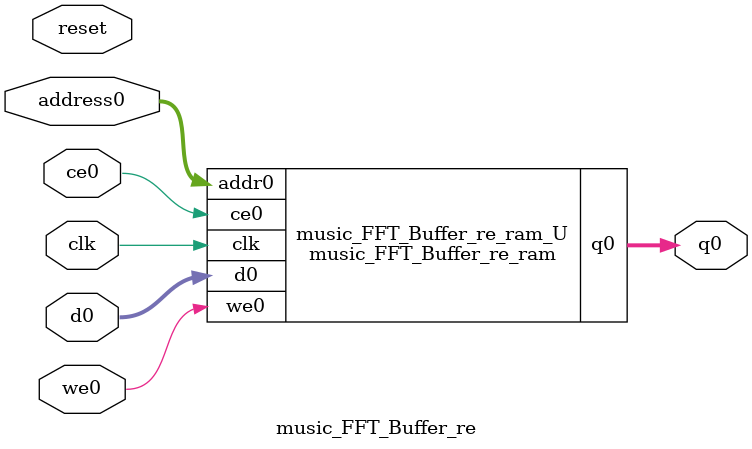
<source format=v>
`timescale 1 ns / 1 ps
module music_FFT_Buffer_re_ram (addr0, ce0, d0, we0, q0,  clk);

parameter DWIDTH = 32;
parameter AWIDTH = 10;
parameter MEM_SIZE = 1024;

input[AWIDTH-1:0] addr0;
input ce0;
input[DWIDTH-1:0] d0;
input we0;
output reg[DWIDTH-1:0] q0;
input clk;

(* ram_style = "block" *)reg [DWIDTH-1:0] ram[0:MEM_SIZE-1];




always @(posedge clk)  
begin 
    if (ce0) 
    begin
        if (we0) 
        begin 
            ram[addr0] <= d0; 
        end 
        q0 <= ram[addr0];
    end
end


endmodule

`timescale 1 ns / 1 ps
module music_FFT_Buffer_re(
    reset,
    clk,
    address0,
    ce0,
    we0,
    d0,
    q0);

parameter DataWidth = 32'd32;
parameter AddressRange = 32'd1024;
parameter AddressWidth = 32'd10;
input reset;
input clk;
input[AddressWidth - 1:0] address0;
input ce0;
input we0;
input[DataWidth - 1:0] d0;
output[DataWidth - 1:0] q0;



music_FFT_Buffer_re_ram music_FFT_Buffer_re_ram_U(
    .clk( clk ),
    .addr0( address0 ),
    .ce0( ce0 ),
    .we0( we0 ),
    .d0( d0 ),
    .q0( q0 ));

endmodule


</source>
